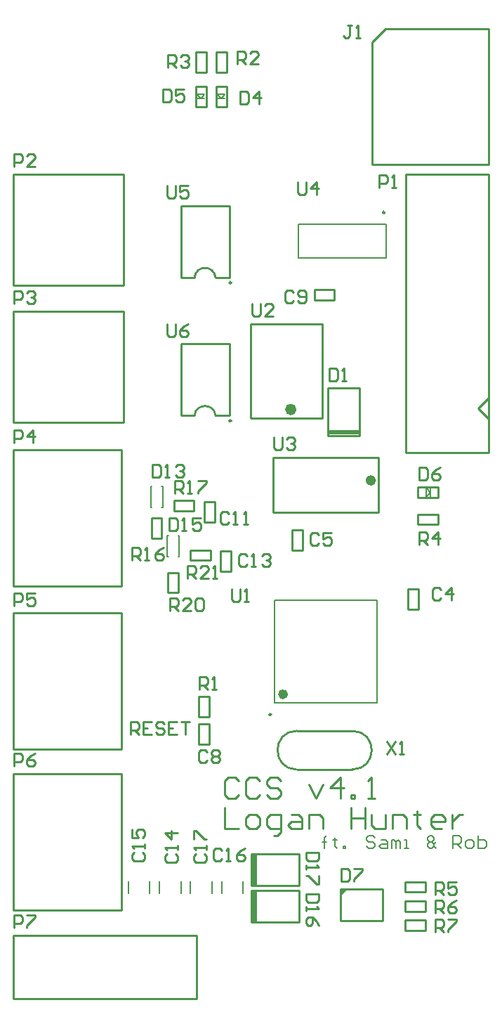
<source format=gto>
G04*
G04 #@! TF.GenerationSoftware,Altium Limited,Altium Designer,18.1.6 (161)*
G04*
G04 Layer_Color=65535*
%FSLAX44Y44*%
%MOMM*%
G71*
G01*
G75*
%ADD10C,0.2500*%
%ADD11C,0.2540*%
%ADD12C,0.6000*%
%ADD13C,0.2000*%
%ADD14C,0.1524*%
%ADD15C,0.1270*%
%ADD16R,0.5080X3.6830*%
%ADD17R,3.6830X0.5080*%
D10*
X453840Y963124D02*
G03*
X453840Y963124I-1250J0D01*
G01*
X316929Y358282D02*
G03*
X316929Y358282I-1250J0D01*
G01*
D11*
X346127Y725839D02*
G03*
X346127Y725839I-5680J0D01*
G01*
X344463D02*
G03*
X344463Y725839I-4016J0D01*
G01*
X342987D02*
G03*
X342987Y725839I-2540J0D01*
G01*
X341717D02*
G03*
X341717Y725839I-1270J0D01*
G01*
X436941Y639054D02*
G03*
X435671Y640324I0J1270D01*
G01*
X434401D02*
G03*
X434669Y641460I2540J0D01*
G01*
X440751Y640324D02*
G03*
X440751Y640324I-3810J0D01*
G01*
X442021D02*
G03*
X442021Y640324I-5080J0D01*
G01*
X249698Y718464D02*
G03*
X224413Y718578I-12648J-1150D01*
G01*
X268800Y712234D02*
G03*
X268800Y712234I-1270J0D01*
G01*
X347767Y338600D02*
G03*
X347767Y292100I0J-23250D01*
G01*
X414767D02*
G03*
X414767Y338600I0J23250D01*
G01*
X249698Y884834D02*
G03*
X224413Y884948I-12648J-1150D01*
G01*
X268800Y878604D02*
G03*
X268800Y878604I-1270J0D01*
G01*
X579374Y1020826D02*
Y1184656D01*
X438513Y1020826D02*
X579374D01*
X438513D02*
Y1168255D01*
X454914Y1184656D01*
X579374D01*
X342087Y580958D02*
X354587D01*
X342087Y556458D02*
Y580958D01*
Y556458D02*
X354587D01*
Y580958D01*
X293255Y190794D02*
X350405D01*
Y152694D02*
Y190794D01*
X293255Y152694D02*
X350405D01*
X293255D02*
Y190794D01*
Y146515D02*
X350405D01*
Y108415D02*
Y146515D01*
X293255Y108415D02*
X350405D01*
X293255D02*
Y146515D01*
X518475Y587176D02*
Y599676D01*
X493975D02*
X518475D01*
X493975Y587176D02*
Y599676D01*
Y587176D02*
X518475D01*
X229733Y346983D02*
X242233D01*
X229733Y322483D02*
Y346983D01*
Y322483D02*
X242233D01*
Y346983D01*
X385383Y694174D02*
Y751324D01*
X423484D01*
Y694174D02*
Y751324D01*
X385383Y694174D02*
X423484D01*
X292187Y715679D02*
Y828709D01*
X378547D01*
Y715679D02*
Y828709D01*
X292187Y715679D02*
X378547D01*
X318831Y668264D02*
X445831D01*
X318831Y602224D02*
Y668264D01*
Y602224D02*
X445831D01*
Y668264D01*
X494005Y632336D02*
X518505D01*
Y619836D02*
Y632336D01*
X494005Y619836D02*
X518505D01*
X494005D02*
Y632336D01*
X229204Y355411D02*
X241704D01*
Y379911D01*
X229204D02*
X241704D01*
X229204Y355411D02*
Y379911D01*
X368729Y870416D02*
X393229D01*
Y857916D02*
Y870416D01*
X368729Y857916D02*
X393229D01*
X368729D02*
Y870416D01*
X207846Y718578D02*
X224413D01*
X249818Y718584D02*
X266260D01*
X209110Y804944D02*
X266260D01*
X207840Y718584D02*
Y804944D01*
X266260Y718584D02*
Y804944D01*
X238852Y1131783D02*
Y1156283D01*
X226352Y1131783D02*
X238852D01*
X226352D02*
Y1156283D01*
X238852D01*
X263068Y1132168D02*
Y1156668D01*
X250568Y1132168D02*
X263068D01*
X250568D02*
Y1156668D01*
X263068D01*
X250568Y1114998D02*
X263068D01*
X250568Y1090498D02*
Y1114998D01*
Y1090498D02*
X263068D01*
Y1114998D01*
X225882Y1114960D02*
X238382D01*
X225882Y1090461D02*
Y1114960D01*
Y1090461D02*
X238382D01*
Y1114960D01*
X502486Y98263D02*
Y110763D01*
X477985D02*
X502486D01*
X477985Y98263D02*
Y110763D01*
Y98263D02*
X502486D01*
Y121317D02*
Y133817D01*
X477985D02*
X502486D01*
X477985Y121317D02*
Y133817D01*
Y121317D02*
X502486D01*
Y144371D02*
Y156871D01*
X477985D02*
X502486D01*
X477985Y144371D02*
Y156871D01*
Y144371D02*
X502486D01*
X347767Y338600D02*
X414767D01*
X347767Y292100D02*
X414767D01*
X481599Y509311D02*
X494099D01*
X481599Y484811D02*
Y509311D01*
Y484811D02*
X494099D01*
Y509311D01*
X400122Y145232D02*
X403297D01*
X402662Y145867D02*
X404567Y147772D01*
Y148407D01*
X402662D02*
X404567D01*
X400122Y145867D02*
X402662Y148407D01*
X400122Y145867D02*
X402662Y148407D01*
X404567D01*
X402662D02*
X406472D01*
X400122Y145867D02*
X402662Y148407D01*
X400122Y145867D02*
Y148407D01*
Y142057D02*
Y148407D01*
Y142057D02*
X406472Y148407D01*
X450922Y110307D02*
Y119197D01*
X400122Y110307D02*
X450922D01*
X400122D02*
Y148407D01*
X450922D01*
Y114117D02*
Y148407D01*
X207846Y884948D02*
X224413D01*
X249818Y884954D02*
X266260D01*
X209110Y971314D02*
X266260D01*
X207840Y884954D02*
Y971314D01*
X266260Y884954D02*
Y971314D01*
X5576Y16140D02*
Y92339D01*
Y16140D02*
X226556D01*
Y92339D01*
X5576D02*
X226556D01*
X5505Y710004D02*
X138505D01*
Y844004D01*
X5505D02*
X138505D01*
X5505Y710004D02*
Y844004D01*
Y316413D02*
Y480663D01*
X136505D01*
X5505Y316413D02*
X136505D01*
Y480663D01*
X5505Y875104D02*
X138505D01*
Y1009104D01*
X5505D02*
X138505D01*
X5505Y875104D02*
Y1009104D01*
Y512763D02*
Y677013D01*
X136505D01*
X5505Y512763D02*
X136505D01*
Y677013D01*
X5505Y123023D02*
Y287273D01*
X136505D01*
X5505Y123023D02*
X136505D01*
Y287273D01*
X478909Y1009104D02*
X579240D01*
X478909Y673824D02*
Y1009104D01*
Y673824D02*
X579240D01*
Y1009104D01*
Y738594D02*
Y739864D01*
X566539Y727164D02*
X579240Y739864D01*
X566539Y727164D02*
X579240Y714464D01*
X199408Y616002D02*
X223908D01*
Y603502D02*
Y616002D01*
X199408Y603502D02*
X223908D01*
X199408D02*
Y616002D01*
X172448Y570274D02*
Y594774D01*
X184948D01*
Y570274D02*
Y594774D01*
X172448Y570274D02*
X184948D01*
X236183Y590289D02*
Y614789D01*
X248683D01*
Y590289D02*
Y614789D01*
X236183Y590289D02*
X248683D01*
X192354Y504943D02*
Y529443D01*
X204854D01*
Y504943D02*
Y529443D01*
X192354Y504943D02*
X204854D01*
X219056Y556513D02*
X243556D01*
Y544013D02*
Y556513D01*
X219056Y544013D02*
X243556D01*
X219056D02*
Y556513D01*
X255771Y530448D02*
Y554948D01*
X268271D01*
Y530448D02*
Y554948D01*
X255771Y530448D02*
X268271D01*
X277311Y278602D02*
X273079Y282834D01*
X264615D01*
X260383Y278602D01*
Y261675D01*
X264615Y257443D01*
X273079D01*
X277311Y261675D01*
X302703Y278602D02*
X298471Y282834D01*
X290007D01*
X285775Y278602D01*
Y261675D01*
X290007Y257443D01*
X298471D01*
X302703Y261675D01*
X328095Y278602D02*
X323863Y282834D01*
X315399D01*
X311167Y278602D01*
Y274370D01*
X315399Y270138D01*
X323863D01*
X328095Y265907D01*
Y261675D01*
X323863Y257443D01*
X315399D01*
X311167Y261675D01*
X361951Y274370D02*
X370415Y257443D01*
X378879Y274370D01*
X400038Y257443D02*
Y282834D01*
X387342Y270138D01*
X404270D01*
X412734Y257443D02*
Y261675D01*
X416966D01*
Y257443D01*
X412734D01*
X433894D02*
X442358D01*
X438126D01*
Y282834D01*
X433894Y278602D01*
X260383Y246268D02*
Y220876D01*
X277311D01*
X290007D02*
X298471D01*
X302703Y225108D01*
Y233572D01*
X298471Y237804D01*
X290007D01*
X285775Y233572D01*
Y225108D01*
X290007Y220876D01*
X319631Y212412D02*
X323863D01*
X328095Y216644D01*
Y237804D01*
X315399D01*
X311167Y233572D01*
Y225108D01*
X315399Y220876D01*
X328095D01*
X340791Y237804D02*
X349255D01*
X353487Y233572D01*
Y220876D01*
X340791D01*
X336559Y225108D01*
X340791Y229340D01*
X353487D01*
X361951Y220876D02*
Y237804D01*
X374647D01*
X378879Y233572D01*
Y220876D01*
X412734Y246268D02*
Y220876D01*
Y233572D01*
X429662D01*
Y246268D01*
Y220876D01*
X438126Y237804D02*
Y225108D01*
X442358Y220876D01*
X455054D01*
Y237804D01*
X463518Y220876D02*
Y237804D01*
X476214D01*
X480446Y233572D01*
Y220876D01*
X493142Y242036D02*
Y237804D01*
X488910D01*
X497374D01*
X493142D01*
Y225108D01*
X497374Y220876D01*
X522765D02*
X514301D01*
X510070Y225108D01*
Y233572D01*
X514301Y237804D01*
X522765D01*
X526997Y233572D01*
Y229340D01*
X510070D01*
X535461Y237804D02*
Y220876D01*
Y229340D01*
X539693Y233572D01*
X543925Y237804D01*
X548157D01*
X349022Y999591D02*
Y986895D01*
X351561Y984356D01*
X356639D01*
X359179Y986895D01*
Y999591D01*
X371874Y984356D02*
Y999591D01*
X364257Y991974D01*
X374413D01*
X257200Y194232D02*
X254660Y196771D01*
X249582D01*
X247043Y194232D01*
Y184075D01*
X249582Y181536D01*
X254660D01*
X257200Y184075D01*
X262278Y181536D02*
X267356D01*
X264817D01*
Y196771D01*
X262278Y194232D01*
X285131Y196771D02*
X280052Y194232D01*
X274974Y189153D01*
Y184075D01*
X277513Y181536D01*
X282591D01*
X285131Y184075D01*
Y186614D01*
X282591Y189153D01*
X274974D01*
X226103Y190220D02*
X223564Y187681D01*
Y182603D01*
X226103Y180064D01*
X236260D01*
X238799Y182603D01*
Y187681D01*
X236260Y190220D01*
X238799Y195299D02*
Y200377D01*
Y197838D01*
X223564D01*
X226103Y195299D01*
X223564Y207994D02*
Y218151D01*
X226103D01*
X236260Y207994D01*
X238799D01*
X191360Y190515D02*
X188821Y187976D01*
Y182897D01*
X191360Y180358D01*
X201517D01*
X204056Y182897D01*
Y187976D01*
X201517Y190515D01*
X204056Y195593D02*
Y200671D01*
Y198132D01*
X188821D01*
X191360Y195593D01*
X204056Y215907D02*
X188821D01*
X196438Y208289D01*
Y218446D01*
X151317Y191987D02*
X148778Y189448D01*
Y184369D01*
X151317Y181830D01*
X161474D01*
X164013Y184369D01*
Y189448D01*
X161474Y191987D01*
X164013Y197065D02*
Y202144D01*
Y199604D01*
X148778D01*
X151317Y197065D01*
X148778Y219918D02*
Y209761D01*
X156396D01*
X153857Y214839D01*
Y217379D01*
X156396Y219918D01*
X161474D01*
X164013Y217379D01*
Y212300D01*
X161474Y209761D01*
X147491Y334220D02*
Y349455D01*
X155108D01*
X157648Y346916D01*
Y341837D01*
X155108Y339298D01*
X147491D01*
X152569D02*
X157648Y334220D01*
X172883Y349455D02*
X162726D01*
Y334220D01*
X172883D01*
X162726Y341837D02*
X167804D01*
X188118Y346916D02*
X185578Y349455D01*
X180500D01*
X177961Y346916D01*
Y344377D01*
X180500Y341837D01*
X185578D01*
X188118Y339298D01*
Y336759D01*
X185578Y334220D01*
X180500D01*
X177961Y336759D01*
X203353Y349455D02*
X193196D01*
Y334220D01*
X203353D01*
X193196Y341837D02*
X198274D01*
X208431Y349455D02*
X218588D01*
X213510D01*
Y334220D01*
X414132Y1188674D02*
X409054D01*
X411593D01*
Y1175978D01*
X409054Y1173439D01*
X406515D01*
X403975Y1175978D01*
X419210Y1173439D02*
X424289D01*
X421749D01*
Y1188674D01*
X419210Y1186135D01*
X374456Y191841D02*
X359221D01*
Y184223D01*
X361760Y181684D01*
X371917D01*
X374456Y184223D01*
Y191841D01*
X359221Y176606D02*
Y171528D01*
Y174067D01*
X374456D01*
X371917Y176606D01*
X374456Y163910D02*
Y153753D01*
X371917D01*
X361760Y163910D01*
X359221D01*
X374162Y142082D02*
X358927D01*
Y134465D01*
X361466Y131925D01*
X371623D01*
X374162Y134465D01*
Y142082D01*
X358927Y126847D02*
Y121769D01*
Y124308D01*
X374162D01*
X371623Y126847D01*
X374162Y103994D02*
X371623Y109073D01*
X366544Y114151D01*
X361466D01*
X358927Y111612D01*
Y106533D01*
X361466Y103994D01*
X364005D01*
X366544Y106533D01*
Y114151D01*
X320127Y692271D02*
Y679575D01*
X322666Y677036D01*
X327744D01*
X330284Y679575D01*
Y692271D01*
X335362Y689732D02*
X337901Y692271D01*
X342980D01*
X345519Y689732D01*
Y687192D01*
X342980Y684653D01*
X340440D01*
X342980D01*
X345519Y682114D01*
Y679575D01*
X342980Y677036D01*
X337901D01*
X335362Y679575D01*
X293511Y852915D02*
Y840219D01*
X296050Y837680D01*
X301128D01*
X303667Y840219D01*
Y852915D01*
X318902Y837680D02*
X308746D01*
X318902Y847837D01*
Y850376D01*
X316363Y852915D01*
X311285D01*
X308746Y850376D01*
X494947Y562763D02*
Y577998D01*
X502564D01*
X505103Y575459D01*
Y570381D01*
X502564Y567841D01*
X494947D01*
X500025D02*
X505103Y562763D01*
X517799D02*
Y577998D01*
X510182Y570381D01*
X520338D01*
X230356Y388699D02*
Y403935D01*
X237973D01*
X240513Y401395D01*
Y396317D01*
X237973Y393778D01*
X230356D01*
X235434D02*
X240513Y388699D01*
X245591D02*
X250669D01*
X248130D01*
Y403935D01*
X245591Y401395D01*
X495176Y656396D02*
Y641161D01*
X502793D01*
X505333Y643700D01*
Y653857D01*
X502793Y656396D01*
X495176D01*
X520568D02*
X515489Y653857D01*
X510411Y648778D01*
Y643700D01*
X512950Y641161D01*
X518028D01*
X520568Y643700D01*
Y646239D01*
X518028Y648778D01*
X510411D01*
X386664Y775480D02*
Y760245D01*
X394282D01*
X396821Y762785D01*
Y772941D01*
X394282Y775480D01*
X386664D01*
X401899Y760245D02*
X406978D01*
X404439D01*
Y775480D01*
X401899Y772941D01*
X239398Y313302D02*
X236859Y315841D01*
X231781D01*
X229242Y313302D01*
Y303146D01*
X231781Y300606D01*
X236859D01*
X239398Y303146D01*
X244477Y313302D02*
X247016Y315841D01*
X252094D01*
X254633Y313302D01*
Y310763D01*
X252094Y308224D01*
X254633Y305685D01*
Y303146D01*
X252094Y300606D01*
X247016D01*
X244477Y303146D01*
Y305685D01*
X247016Y308224D01*
X244477Y310763D01*
Y313302D01*
X247016Y308224D02*
X252094D01*
X191584Y829069D02*
Y816373D01*
X194123Y813834D01*
X199202D01*
X201741Y816373D01*
Y829069D01*
X216976D02*
X211898Y826530D01*
X206819Y821451D01*
Y816373D01*
X209358Y813834D01*
X214437D01*
X216976Y816373D01*
Y818912D01*
X214437Y821451D01*
X206819D01*
X456025Y326218D02*
X466182Y310983D01*
Y326218D02*
X456025Y310983D01*
X471260D02*
X476339D01*
X473800D01*
Y326218D01*
X471260Y323679D01*
X269141Y509770D02*
Y497074D01*
X271680Y494534D01*
X276759D01*
X279298Y497074D01*
Y509770D01*
X284376Y494534D02*
X289455D01*
X286915D01*
Y509770D01*
X284376Y507230D01*
X514794Y96776D02*
Y112011D01*
X522412D01*
X524951Y109472D01*
Y104393D01*
X522412Y101854D01*
X514794D01*
X519873D02*
X524951Y96776D01*
X530029Y112011D02*
X540186D01*
Y109472D01*
X530029Y99315D01*
Y96776D01*
X514794Y119559D02*
Y134794D01*
X522412D01*
X524951Y132255D01*
Y127177D01*
X522412Y124638D01*
X514794D01*
X519873D02*
X524951Y119559D01*
X540186Y134794D02*
X535108Y132255D01*
X530029Y127177D01*
Y122099D01*
X532569Y119559D01*
X537647D01*
X540186Y122099D01*
Y124638D01*
X537647Y127177D01*
X530029D01*
X514794Y141631D02*
Y156866D01*
X522412D01*
X524951Y154327D01*
Y149249D01*
X522412Y146709D01*
X514794D01*
X519873D02*
X524951Y141631D01*
X540186Y156866D02*
X530029D01*
Y149249D01*
X535108Y151788D01*
X537647D01*
X540186Y149249D01*
Y144170D01*
X537647Y141631D01*
X532569D01*
X530029Y144170D01*
X401303Y172538D02*
Y157303D01*
X408920D01*
X411459Y159842D01*
Y169999D01*
X408920Y172538D01*
X401303D01*
X416538D02*
X426694D01*
Y169999D01*
X416538Y159842D01*
Y157303D01*
X373837Y575055D02*
X371298Y577594D01*
X366219D01*
X363680Y575055D01*
Y564898D01*
X366219Y562359D01*
X371298D01*
X373837Y564898D01*
X389072Y577594D02*
X378915D01*
Y569977D01*
X383994Y572516D01*
X386533D01*
X389072Y569977D01*
Y564898D01*
X386533Y562359D01*
X381454D01*
X378915Y564898D01*
X521233Y508817D02*
X518694Y511357D01*
X513615D01*
X511076Y508817D01*
Y498661D01*
X513615Y496121D01*
X518694D01*
X521233Y498661D01*
X533929Y496121D02*
Y511357D01*
X526311Y503739D01*
X536468D01*
X343998Y866868D02*
X341459Y869407D01*
X336380D01*
X333841Y866868D01*
Y856711D01*
X336380Y854172D01*
X341459D01*
X343998Y856711D01*
X349076D02*
X351615Y854172D01*
X356694D01*
X359233Y856711D01*
Y866868D01*
X356694Y869407D01*
X351615D01*
X349076Y866868D01*
Y864329D01*
X351615Y861789D01*
X359233D01*
X279759Y1109424D02*
Y1094189D01*
X287377D01*
X289916Y1096728D01*
Y1106885D01*
X287377Y1109424D01*
X279759D01*
X302612Y1094189D02*
Y1109424D01*
X294994Y1101806D01*
X305151D01*
X185934Y1111623D02*
Y1096388D01*
X193552D01*
X196091Y1098927D01*
Y1109084D01*
X193552Y1111623D01*
X185934D01*
X211326D02*
X201169D01*
Y1104005D01*
X206248Y1106544D01*
X208787D01*
X211326Y1104005D01*
Y1098927D01*
X208787Y1096388D01*
X203708D01*
X201169Y1098927D01*
X447438Y992809D02*
Y1008044D01*
X455056D01*
X457595Y1005504D01*
Y1000426D01*
X455056Y997887D01*
X447438D01*
X462673Y992809D02*
X467752D01*
X465213D01*
Y1008044D01*
X462673Y1005504D01*
X6769Y1018050D02*
Y1033285D01*
X14387D01*
X16926Y1030746D01*
Y1025667D01*
X14387Y1023128D01*
X6769D01*
X32161Y1018050D02*
X22004D01*
X32161Y1028207D01*
Y1030746D01*
X29622Y1033285D01*
X24544D01*
X22004Y1030746D01*
X6769Y852950D02*
Y868185D01*
X14387D01*
X16926Y865646D01*
Y860567D01*
X14387Y858028D01*
X6769D01*
X22004Y865646D02*
X24544Y868185D01*
X29622D01*
X32161Y865646D01*
Y863107D01*
X29622Y860567D01*
X27083D01*
X29622D01*
X32161Y858028D01*
Y855489D01*
X29622Y852950D01*
X24544D01*
X22004Y855489D01*
X6740Y685881D02*
Y701116D01*
X14357D01*
X16896Y698577D01*
Y693498D01*
X14357Y690959D01*
X6740D01*
X29592Y685881D02*
Y701116D01*
X21975Y693498D01*
X32131D01*
X6740Y489531D02*
Y504766D01*
X14357D01*
X16896Y502226D01*
Y497148D01*
X14357Y494609D01*
X6740D01*
X32131Y504766D02*
X21975D01*
Y497148D01*
X27053Y499687D01*
X29592D01*
X32131Y497148D01*
Y492070D01*
X29592Y489531D01*
X24514D01*
X21975Y492070D01*
X6740Y296141D02*
Y311376D01*
X14357D01*
X16896Y308837D01*
Y303758D01*
X14357Y301219D01*
X6740D01*
X32131Y311376D02*
X27053Y308837D01*
X21975Y303758D01*
Y298680D01*
X24514Y296141D01*
X29592D01*
X32131Y298680D01*
Y301219D01*
X29592Y303758D01*
X21975D01*
X6761Y101242D02*
Y116477D01*
X14378D01*
X16917Y113937D01*
Y108859D01*
X14378Y106320D01*
X6761D01*
X21996Y116477D02*
X32152D01*
Y113937D01*
X21996Y103781D01*
Y101242D01*
X276338Y1142323D02*
Y1157558D01*
X283956D01*
X286495Y1155019D01*
Y1149940D01*
X283956Y1147401D01*
X276338D01*
X281417D02*
X286495Y1142323D01*
X301730D02*
X291573D01*
X301730Y1152479D01*
Y1155019D01*
X299191Y1157558D01*
X294113D01*
X291573Y1155019D01*
X192096Y1137589D02*
Y1152824D01*
X199714D01*
X202253Y1150285D01*
Y1145207D01*
X199714Y1142668D01*
X192096D01*
X197175D02*
X202253Y1137589D01*
X207331Y1150285D02*
X209871Y1152824D01*
X214949D01*
X217488Y1150285D01*
Y1147746D01*
X214949Y1145207D01*
X212410D01*
X214949D01*
X217488Y1142668D01*
Y1140129D01*
X214949Y1137589D01*
X209871D01*
X207331Y1140129D01*
X191584Y995439D02*
Y982743D01*
X194123Y980204D01*
X199202D01*
X201741Y982743D01*
Y995439D01*
X216976D02*
X206819D01*
Y987822D01*
X211898Y990361D01*
X214437D01*
X216976Y987822D01*
Y982743D01*
X214437Y980204D01*
X209358D01*
X206819Y982743D01*
X265844Y600541D02*
X263305Y603080D01*
X258227D01*
X255688Y600541D01*
Y590385D01*
X258227Y587845D01*
X263305D01*
X265844Y590385D01*
X270923Y587845D02*
X276001D01*
X273462D01*
Y603080D01*
X270923Y600541D01*
X283619Y587845D02*
X288697D01*
X286158D01*
Y603080D01*
X283619Y600541D01*
X288096Y549610D02*
X285557Y552149D01*
X280478D01*
X277939Y549610D01*
Y539454D01*
X280478Y536914D01*
X285557D01*
X288096Y539454D01*
X293174Y536914D02*
X298252D01*
X295713D01*
Y552149D01*
X293174Y549610D01*
X305870D02*
X308409Y552149D01*
X313487D01*
X316027Y549610D01*
Y547071D01*
X313487Y544532D01*
X310948D01*
X313487D01*
X316027Y541993D01*
Y539454D01*
X313487Y536914D01*
X308409D01*
X305870Y539454D01*
X173684Y659515D02*
Y644280D01*
X181301D01*
X183841Y646819D01*
Y656975D01*
X181301Y659515D01*
X173684D01*
X188919Y644280D02*
X193997D01*
X191458D01*
Y659515D01*
X188919Y656975D01*
X201615D02*
X204154Y659515D01*
X209232D01*
X211772Y656975D01*
Y654436D01*
X209232Y651897D01*
X206693D01*
X209232D01*
X211772Y649358D01*
Y646819D01*
X209232Y644280D01*
X204154D01*
X201615Y646819D01*
X194170Y595282D02*
Y580047D01*
X201787D01*
X204326Y582587D01*
Y592743D01*
X201787Y595282D01*
X194170D01*
X209405Y580047D02*
X214483D01*
X211944D01*
Y595282D01*
X209405Y592743D01*
X232257Y595282D02*
X222101D01*
Y587665D01*
X227179Y590204D01*
X229718D01*
X232257Y587665D01*
Y582587D01*
X229718Y580047D01*
X224640D01*
X222101Y582587D01*
X149012Y544540D02*
Y559775D01*
X156630D01*
X159169Y557236D01*
Y552157D01*
X156630Y549618D01*
X149012D01*
X154090D02*
X159169Y544540D01*
X164247D02*
X169326D01*
X166786D01*
Y559775D01*
X164247Y557236D01*
X187100Y559775D02*
X182021Y557236D01*
X176943Y552157D01*
Y547079D01*
X179482Y544540D01*
X184561D01*
X187100Y547079D01*
Y549618D01*
X184561Y552157D01*
X176943D01*
X200777Y624997D02*
Y640232D01*
X208395D01*
X210934Y637693D01*
Y632615D01*
X208395Y630076D01*
X200777D01*
X205856D02*
X210934Y624997D01*
X216012D02*
X221091D01*
X218552D01*
Y640232D01*
X216012Y637693D01*
X228708Y640232D02*
X238865D01*
Y637693D01*
X228708Y627537D01*
Y624997D01*
X194870Y483655D02*
Y498890D01*
X202487D01*
X205026Y496351D01*
Y491272D01*
X202487Y488733D01*
X194870D01*
X199948D02*
X205026Y483655D01*
X220262D02*
X210105D01*
X220262Y493812D01*
Y496351D01*
X217722Y498890D01*
X212644D01*
X210105Y496351D01*
X225340D02*
X227879Y498890D01*
X232957D01*
X235497Y496351D01*
Y486194D01*
X232957Y483655D01*
X227879D01*
X225340Y486194D01*
Y496351D01*
X215831Y522429D02*
Y537663D01*
X223449D01*
X225988Y535124D01*
Y530046D01*
X223449Y527507D01*
X215831D01*
X220909D02*
X225988Y522429D01*
X241223D02*
X231066D01*
X241223Y532585D01*
Y535124D01*
X238684Y537663D01*
X233605D01*
X231066Y535124D01*
X246301Y522429D02*
X251380D01*
X248840D01*
Y537663D01*
X246301Y535124D01*
D12*
X334179Y382782D02*
G03*
X334179Y382782I-3000J0D01*
G01*
D13*
X349590Y908624D02*
Y948624D01*
X455590Y908624D02*
Y948624D01*
X349590Y908624D02*
X455590D01*
X349590Y948624D02*
X455590D01*
X257000Y143000D02*
Y157000D01*
X283000Y143000D02*
Y157000D01*
X219500Y143296D02*
Y157296D01*
X245500Y143296D02*
Y157296D01*
X182000Y143296D02*
Y157296D01*
X208000Y143296D02*
Y157296D01*
X144500Y143000D02*
Y157000D01*
X170500Y143000D02*
Y157000D01*
X321179Y372782D02*
X444179D01*
X321179Y495782D02*
X444179D01*
X321179Y372782D02*
Y495782D01*
X444179Y372782D02*
Y495782D01*
X381021Y197174D02*
Y209870D01*
Y204791D01*
X378481D01*
X383560D01*
X381021D01*
Y209870D01*
X383560Y212409D01*
X393717Y209870D02*
Y207330D01*
X391177D01*
X396256D01*
X393717D01*
Y199713D01*
X396256Y197174D01*
X403873D02*
Y199713D01*
X406412D01*
Y197174D01*
X403873D01*
X441961Y209870D02*
X439422Y212409D01*
X434343D01*
X431804Y209870D01*
Y207330D01*
X434343Y204791D01*
X439422D01*
X441961Y202252D01*
Y199713D01*
X439422Y197174D01*
X434343D01*
X431804Y199713D01*
X449578Y207330D02*
X454657D01*
X457196Y204791D01*
Y197174D01*
X449578D01*
X447039Y199713D01*
X449578Y202252D01*
X457196D01*
X462274Y197174D02*
Y207330D01*
X464813D01*
X467353Y204791D01*
Y197174D01*
Y204791D01*
X469892Y207330D01*
X472431Y204791D01*
Y197174D01*
X477509D02*
X482588D01*
X480048D01*
Y207330D01*
X477509D01*
X515597Y197174D02*
X513058Y199713D01*
X510519Y197174D01*
X507980D01*
X505440Y199713D01*
Y202252D01*
X507980Y204791D01*
X505440Y207330D01*
Y209870D01*
X507980Y212409D01*
X510519D01*
X513058Y209870D01*
Y207330D01*
X510519Y204791D01*
X513058Y202252D01*
Y199713D01*
X515597Y204791D02*
X513058Y202252D01*
X507980Y204791D02*
X510519D01*
X535910Y197174D02*
Y212409D01*
X543528D01*
X546067Y209870D01*
Y204791D01*
X543528Y202252D01*
X535910D01*
X540989D02*
X546067Y197174D01*
X553685D02*
X558763D01*
X561302Y199713D01*
Y204791D01*
X558763Y207330D01*
X553685D01*
X551146Y204791D01*
Y199713D01*
X553685Y197174D01*
X566381Y212409D02*
Y197174D01*
X573998D01*
X576537Y199713D01*
Y202252D01*
Y204791D01*
X573998Y207330D01*
X566381D01*
D14*
X503685Y621476D02*
Y630366D01*
X508765Y621476D02*
Y630366D01*
X504320D02*
X508765Y625921D01*
X504320Y621476D02*
X508765Y625921D01*
X252208Y1104683D02*
X256653Y1100238D01*
X261098Y1104683D01*
X252208Y1100238D02*
X261098D01*
X252208Y1105318D02*
X261098D01*
X227522Y1104645D02*
X231967Y1100200D01*
X236412Y1104645D01*
X227522Y1100200D02*
X236412D01*
X227522Y1105280D02*
X236412D01*
D15*
X171813Y633423D02*
X173083D01*
X184767Y607769D02*
X186037D01*
X184767Y633169D02*
X186037D01*
X171813Y608023D02*
X173083D01*
X186037Y607769D02*
Y633169D01*
X171813Y608023D02*
Y633423D01*
X191523Y574107D02*
X192793D01*
X204477Y548453D02*
X205747D01*
X204477Y573853D02*
X205747D01*
X191523Y548707D02*
X192793D01*
X205747Y548453D02*
Y573853D01*
X191523Y548707D02*
Y574107D01*
D16*
X297065Y171109D02*
D03*
Y126830D02*
D03*
D17*
X405069Y697984D02*
D03*
M02*

</source>
